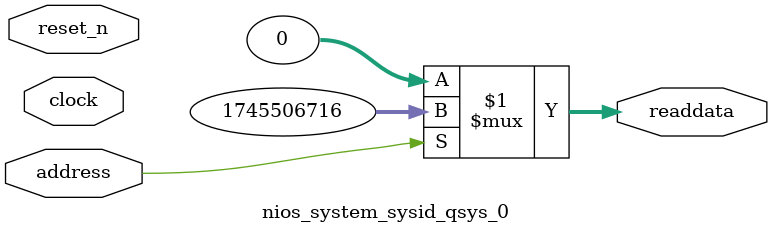
<source format=v>



// synthesis translate_off
`timescale 1ns / 1ps
// synthesis translate_on

// turn off superfluous verilog processor warnings 
// altera message_level Level1 
// altera message_off 10034 10035 10036 10037 10230 10240 10030 

module nios_system_sysid_qsys_0 (
               // inputs:
                address,
                clock,
                reset_n,

               // outputs:
                readdata
             )
;

  output  [ 31: 0] readdata;
  input            address;
  input            clock;
  input            reset_n;

  wire    [ 31: 0] readdata;
  //control_slave, which is an e_avalon_slave
  assign readdata = address ? 1745506716 : 0;

endmodule



</source>
